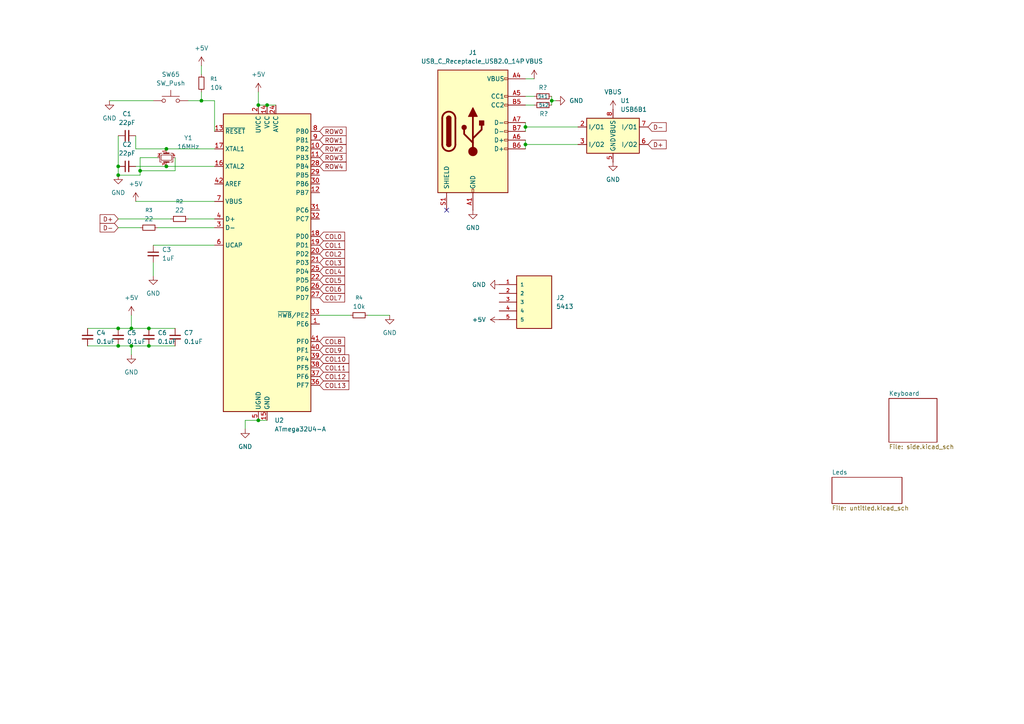
<source format=kicad_sch>
(kicad_sch (version 20250114) (generator "eeschema") (generator_version "9.0")
  (paper "A4")
  (lib_symbols
    (symbol "Connector-key:5413" (pin_names (offset 1.016))
      (property "Reference" "J" (at -5.08 8.382 0))
      (property "Value" "5413" (at -5.08 -10.16 0))
      (symbol "5413_0_0"
        (rectangle (start -5.08 -7.62) (end 5.08 7.62) (stroke (width 0.254)) (fill (type background)))
        (pin passive line (at -10.16 5.08 0) (length 5.08) (name "1") (number "1"))
        (pin passive line (at -10.16 2.54 0) (length 5.08) (name "2") (number "2"))
        (pin passive line (at -10.16 0 0) (length 5.08) (name "3") (number "3"))
        (pin passive line (at -10.16 -2.54 0) (length 5.08) (name "4") (number "4"))
        (pin passive line (at -10.16 -5.08 0) (length 5.08) (name "5") (number "5"))
      )
    )
    (symbol "Connector:USB_C_Receptacle_USB2.0_14P" (pin_names (offset 1.016))
      (property "Reference" "J" (at 0 22.225 0))
      (property "Value" "USB_C_Receptacle_USB2.0_14P" (at 0 19.685 0))
      (symbol "USB_C_Receptacle_USB2.0_14P_0_0"
        (rectangle (start -0.254 -17.78) (end 0.254 -16.764))
        (rectangle (start 10.16 15.494) (end 9.144 14.986))
        (rectangle (start 10.16 10.414) (end 9.144 9.906))
        (rectangle (start 10.16 7.874) (end 9.144 7.366))
        (rectangle (start 10.16 2.794) (end 9.144 2.286))
        (rectangle (start 10.16 0.254) (end 9.144 -0.254))
        (rectangle (start 10.16 -2.286) (end 9.144 -2.794))
        (rectangle (start 10.16 -4.826) (end 9.144 -5.334))
      )
      (symbol "USB_C_Receptacle_USB2.0_14P_0_1"
        (rectangle (start -10.16 17.78) (end 10.16 -17.78) (stroke (width 0.254)) (fill (type background)))
        (polyline (pts (xy -8.89 -3.81) (xy -8.89 3.81)) (stroke (width 0.508)))
        (rectangle (start -7.62 -3.81) (end -6.35 3.81) (stroke (width 0.254)) (fill (type outline)))
        (arc (start -7.62 3.81) (mid -6.985 4.4423) (end -6.35 3.81) (stroke (width 0.254)))
        (arc (start -7.62 3.81) (mid -6.985 4.4423) (end -6.35 3.81) (stroke (width 0.254)) (fill (type outline)))
        (arc (start -8.89 3.81) (mid -6.985 5.7067) (end -5.08 3.81) (stroke (width 0.508)))
        (arc (start -5.08 -3.81) (mid -6.985 -5.7067) (end -8.89 -3.81) (stroke (width 0.508)))
        (arc (start -6.35 -3.81) (mid -6.985 -4.4423) (end -7.62 -3.81) (stroke (width 0.254)))
        (arc (start -6.35 -3.81) (mid -6.985 -4.4423) (end -7.62 -3.81) (stroke (width 0.254)) (fill (type outline)))
        (polyline (pts (xy -5.08 3.81) (xy -5.08 -3.81)) (stroke (width 0.508)))
        (circle (center -2.54 1.143) (radius 0.635) (stroke (width 0.254)) (fill (type outline)))
        (polyline (pts (xy -1.27 4.318) (xy 0 6.858) (xy 1.27 4.318) (xy -1.27 4.318)) (stroke (width 0.254)) (fill (type outline)))
        (polyline (pts (xy 0 -2.032) (xy 2.54 0.508) (xy 2.54 1.778)) (stroke (width 0.508)))
        (polyline (pts (xy 0 -3.302) (xy -2.54 -0.762) (xy -2.54 0.508)) (stroke (width 0.508)))
        (polyline (pts (xy 0 -5.842) (xy 0 4.318)) (stroke (width 0.508)))
        (circle (center 0 -5.842) (radius 1.27) (fill (type outline)))
        (rectangle (start 1.905 1.778) (end 3.175 3.048) (stroke (width 0.254)) (fill (type outline)))
      )
      (symbol "USB_C_Receptacle_USB2.0_14P_1_1"
        (pin passive line (at -7.62 -22.86 90) (length 5.08) (name "SHIELD") (number "S1"))
        (pin passive line (at 0 -22.86 90) (length 5.08) (name "GND") (number "A1"))
        (pin passive line (at 0 -22.86 90) (length 5.08) (hide yes) (name "GND") (number "A12"))
        (pin passive line (at 0 -22.86 90) (length 5.08) (hide yes) (name "GND") (number "B1"))
        (pin passive line (at 0 -22.86 90) (length 5.08) (hide yes) (name "GND") (number "B12"))
        (pin passive line (at 15.24 15.24 180) (length 5.08) (name "VBUS") (number "A4"))
        (pin passive line (at 15.24 15.24 180) (length 5.08) (hide yes) (name "VBUS") (number "A9"))
        (pin passive line (at 15.24 15.24 180) (length 5.08) (hide yes) (name "VBUS") (number "B4"))
        (pin passive line (at 15.24 15.24 180) (length 5.08) (hide yes) (name "VBUS") (number "B9"))
        (pin bidirectional line (at 15.24 10.16 180) (length 5.08) (name "CC1") (number "A5"))
        (pin bidirectional line (at 15.24 7.62 180) (length 5.08) (name "CC2") (number "B5"))
        (pin bidirectional line (at 15.24 2.54 180) (length 5.08) (name "D-") (number "A7"))
        (pin bidirectional line (at 15.24 0 180) (length 5.08) (name "D-") (number "B7"))
        (pin bidirectional line (at 15.24 -2.54 180) (length 5.08) (name "D+") (number "A6"))
        (pin bidirectional line (at 15.24 -5.08 180) (length 5.08) (name "D+") (number "B6"))
      )
    )
    (symbol "Device:C_Small" (pin_numbers (hide yes)) (pin_names (offset 0.254) (hide yes))
      (property "Reference" "C" (at 0.254 1.778 0))
      (property "Value" "C_Small" (at 0.254 -2.032 0))
      (symbol "C_Small_0_1"
        (polyline (pts (xy -1.524 0.508) (xy 1.524 0.508)) (stroke (width 0.3048)))
        (polyline (pts (xy -1.524 -0.508) (xy 1.524 -0.508)) (stroke (width 0.3302)))
      )
      (symbol "C_Small_1_1"
        (pin passive line (at 0 2.54 270) (length 2.032) (name "~") (number "1"))
        (pin passive line (at 0 -2.54 90) (length 2.032) (name "~") (number "2"))
      )
    )
    (symbol "Device:Crystal_GND24_Small" (pin_names (offset 1.016) (hide yes))
      (property "Reference" "Y" (at 1.27 4.445 0))
      (property "Value" "Crystal_GND24_Small" (at 1.27 2.54 0))
      (symbol "Crystal_GND24_Small_0_1"
        (polyline (pts (xy -1.27 1.27) (xy -1.27 1.905) (xy 1.27 1.905) (xy 1.27 1.27)))
        (polyline (pts (xy -1.27 -0.762) (xy -1.27 0.762)) (stroke (width 0.381)))
        (polyline (pts (xy -1.27 -1.27) (xy -1.27 -1.905) (xy 1.27 -1.905) (xy 1.27 -1.27)))
        (rectangle (start -0.762 -1.524) (end 0.762 1.524))
        (polyline (pts (xy 1.27 -0.762) (xy 1.27 0.762)) (stroke (width 0.381)))
      )
      (symbol "Crystal_GND24_Small_1_1"
        (pin passive line (at -2.54 0 0) (length 1.27) (name "1") (number "1"))
        (pin passive line (at 0 2.54 270) (length 0.635) (name "4") (number "4"))
        (pin passive line (at 0 -2.54 90) (length 0.635) (name "2") (number "2"))
        (pin passive line (at 2.54 0 180) (length 1.27) (name "3") (number "3"))
      )
    )
    (symbol "Device:R_Small" (pin_numbers (hide yes)) (pin_names (offset 0.254) (hide yes))
      (property "Reference" "R" (at 0 0 90))
      (property "Value" "R_Small" (at 1.778 0 90))
      (symbol "R_Small_0_1"
        (rectangle (start -0.762 1.778) (end 0.762 -1.778) (stroke (width 0.2032)))
      )
      (symbol "R_Small_1_1"
        (pin passive line (at 0 2.54 270) (length 0.762) (name "~") (number "1"))
        (pin passive line (at 0 -2.54 90) (length 0.762) (name "~") (number "2"))
      )
    )
    (symbol "MCU_Microchip_ATmega:ATmega32U4-A"
      (property "Reference" "U" (at -12.7 44.45 0))
      (property "Value" "ATmega32U4-A" (at 2.54 -44.45 0))
      (symbol "ATmega32U4-A_0_1"
        (rectangle (start -12.7 -43.18) (end 12.7 43.18) (stroke (width 0.254)) (fill (type background)))
      )
      (symbol "ATmega32U4-A_1_1"
        (pin input line (at -15.24 38.1 0) (length 2.54) (name "~{RESET}") (number "13"))
        (pin input line (at -15.24 33.02 0) (length 2.54) (name "XTAL1") (number "17"))
        (pin output line (at -15.24 27.94 0) (length 2.54) (name "XTAL2") (number "16"))
        (pin passive line (at -15.24 22.86 0) (length 2.54) (name "AREF") (number "42"))
        (pin input line (at -15.24 17.78 0) (length 2.54) (name "VBUS") (number "7"))
        (pin bidirectional line (at -15.24 12.7 0) (length 2.54) (name "D+") (number "4"))
        (pin bidirectional line (at -15.24 10.16 0) (length 2.54) (name "D-") (number "3"))
        (pin passive line (at -15.24 5.08 0) (length 2.54) (name "UCAP") (number "6"))
        (pin power_in line (at -2.54 45.72 270) (length 2.54) (name "UVCC") (number "2"))
        (pin passive line (at -2.54 -45.72 90) (length 2.54) (name "UGND") (number "5"))
        (pin power_in line (at 0 45.72 270) (length 2.54) (name "VCC") (number "14"))
        (pin passive line (at 0 45.72 270) (length 2.54) (hide yes) (name "VCC") (number "34"))
        (pin power_in line (at 0 -45.72 90) (length 2.54) (name "GND") (number "15"))
        (pin passive line (at 0 -45.72 90) (length 2.54) (hide yes) (name "GND") (number "23"))
        (pin passive line (at 0 -45.72 90) (length 2.54) (hide yes) (name "GND") (number "35"))
        (pin passive line (at 0 -45.72 90) (length 2.54) (hide yes) (name "GND") (number "43"))
        (pin power_in line (at 2.54 45.72 270) (length 2.54) (name "AVCC") (number "24"))
        (pin passive line (at 2.54 45.72 270) (length 2.54) (hide yes) (name "AVCC") (number "44"))
        (pin bidirectional line (at 15.24 38.1 180) (length 2.54) (name "PB0") (number "8"))
        (pin bidirectional line (at 15.24 35.56 180) (length 2.54) (name "PB1") (number "9"))
        (pin bidirectional line (at 15.24 33.02 180) (length 2.54) (name "PB2") (number "10"))
        (pin bidirectional line (at 15.24 30.48 180) (length 2.54) (name "PB3") (number "11"))
        (pin bidirectional line (at 15.24 27.94 180) (length 2.54) (name "PB4") (number "28"))
        (pin bidirectional line (at 15.24 25.4 180) (length 2.54) (name "PB5") (number "29"))
        (pin bidirectional line (at 15.24 22.86 180) (length 2.54) (name "PB6") (number "30"))
        (pin bidirectional line (at 15.24 20.32 180) (length 2.54) (name "PB7") (number "12"))
        (pin bidirectional line (at 15.24 15.24 180) (length 2.54) (name "PC6") (number "31"))
        (pin bidirectional line (at 15.24 12.7 180) (length 2.54) (name "PC7") (number "32"))
        (pin bidirectional line (at 15.24 7.62 180) (length 2.54) (name "PD0") (number "18"))
        (pin bidirectional line (at 15.24 5.08 180) (length 2.54) (name "PD1") (number "19"))
        (pin bidirectional line (at 15.24 2.54 180) (length 2.54) (name "PD2") (number "20"))
        (pin bidirectional line (at 15.24 0 180) (length 2.54) (name "PD3") (number "21"))
        (pin bidirectional line (at 15.24 -2.54 180) (length 2.54) (name "PD4") (number "25"))
        (pin bidirectional line (at 15.24 -5.08 180) (length 2.54) (name "PD5") (number "22"))
        (pin bidirectional line (at 15.24 -7.62 180) (length 2.54) (name "PD6") (number "26"))
        (pin bidirectional line (at 15.24 -10.16 180) (length 2.54) (name "PD7") (number "27"))
        (pin bidirectional line (at 15.24 -15.24 180) (length 2.54) (name "~{HWB}/PE2") (number "33"))
        (pin bidirectional line (at 15.24 -17.78 180) (length 2.54) (name "PE6") (number "1"))
        (pin bidirectional line (at 15.24 -22.86 180) (length 2.54) (name "PF0") (number "41"))
        (pin bidirectional line (at 15.24 -25.4 180) (length 2.54) (name "PF1") (number "40"))
        (pin bidirectional line (at 15.24 -27.94 180) (length 2.54) (name "PF4") (number "39"))
        (pin bidirectional line (at 15.24 -30.48 180) (length 2.54) (name "PF5") (number "38"))
        (pin bidirectional line (at 15.24 -33.02 180) (length 2.54) (name "PF6") (number "37"))
        (pin bidirectional line (at 15.24 -35.56 180) (length 2.54) (name "PF7") (number "36"))
      )
    )
    (symbol "Power_Protection:USB6B1"
      (property "Reference" "U" (at 6.35 6.35 0))
      (property "Value" "USB6B1" (at 5.08 -6.35 0))
      (symbol "USB6B1_0_1"
        (rectangle (start -7.62 -5.08) (end 7.62 5.08) (stroke (width 0.254)) (fill (type background)))
      )
      (symbol "USB6B1_1_1"
        (pin passive line (at -10.16 2.54 0) (length 2.54) (name "I/O1") (number "2"))
        (pin passive line (at -10.16 -2.54 0) (length 2.54) (name "I/O2") (number "3"))
        (pin passive line (at 0 7.62 270) (length 2.54) (hide yes) (name "VBUS") (number "1"))
        (pin passive line (at 0 7.62 270) (length 2.54) (name "VBUS") (number "8"))
        (pin passive line (at 0 -7.62 90) (length 2.54) (hide yes) (name "GND") (number "4"))
        (pin passive line (at 0 -7.62 90) (length 2.54) (name "GND") (number "5"))
        (pin passive line (at 10.16 2.54 180) (length 2.54) (name "I/O1") (number "7"))
        (pin passive line (at 10.16 -2.54 180) (length 2.54) (name "I/O2") (number "6"))
      )
    )
    (symbol "Switch:SW_Push" (pin_numbers (hide yes)) (pin_names (offset 1.016) (hide yes))
      (property "Reference" "SW" (at 1.27 2.54 0))
      (property "Value" "SW_Push" (at 0 -1.524 0))
      (symbol "SW_Push_0_1"
        (circle (center -2.032 0) (radius 0.508))
        (polyline (pts (xy 0 1.27) (xy 0 3.048)))
        (circle (center 2.032 0) (radius 0.508))
        (polyline (pts (xy 2.54 1.27) (xy -2.54 1.27)))
        (pin passive line (at -5.08 0 0) (length 2.54) (name "1") (number "1"))
        (pin passive line (at 5.08 0 180) (length 2.54) (name "2") (number "2"))
      )
    )
    (symbol "power:+5V" (power) (pin_numbers (hide yes)) (pin_names (offset 0) (hide yes))
      (property "Value" "+5V" (at 0 3.556 0))
      (symbol "+5V_0_1"
        (polyline (pts (xy -0.762 1.27) (xy 0 2.54)))
        (polyline (pts (xy 0 2.54) (xy 0.762 1.27)))
        (polyline (pts (xy 0 0) (xy 0 2.54)))
      )
      (symbol "+5V_1_1"
        (pin power_in line (at 0 0 90) (length 0) (name "~") (number "1"))
      )
    )
    (symbol "power:GND" (power) (pin_numbers (hide yes)) (pin_names (offset 0) (hide yes))
      (property "Value" "GND" (at 0 -3.81 0))
      (symbol "GND_0_1"
        (polyline (pts (xy 0 0) (xy 0 -1.27) (xy 1.27 -1.27) (xy 0 -2.54) (xy -1.27 -1.27) (xy 0 -1.27)))
      )
      (symbol "GND_1_1"
        (pin power_in line (at 0 0 270) (length 0) (name "~") (number "1"))
      )
    )
    (symbol "power:VBUS" (power) (pin_numbers (hide yes)) (pin_names (offset 0) (hide yes))
      (property "Value" "VBUS" (at 0 3.556 0))
      (symbol "VBUS_0_1"
        (polyline (pts (xy -0.762 1.27) (xy 0 2.54)))
        (polyline (pts (xy 0 2.54) (xy 0.762 1.27)))
        (polyline (pts (xy 0 0) (xy 0 2.54)))
      )
      (symbol "VBUS_1_1"
        (pin power_in line (at 0 0 90) (length 0) (name "~") (number "1"))
      )
    )
  )
  (junction (at 152.4 36.83))
  (junction (at 34.29 50.8))
  (junction (at 38.1 100.33))
  (junction (at 40.64 49.53))
  (junction (at 74.93 30.48))
  (junction (at 160.02 29.21))
  (junction (at 43.18 95.25))
  (junction (at 34.29 48.26))
  (junction (at 43.18 100.33))
  (junction (at 34.29 100.33))
  (junction (at 77.47 30.48))
  (junction (at 38.1 95.25))
  (junction (at 48.26 43.18))
  (junction (at 152.4 41.91))
  (junction (at 58.42 29.21))
  (junction (at 74.93 121.92))
  (junction (at 34.29 95.25))
  (junction (at 48.26 48.26))
  (no_connect (at 129.54 60.96))
  (wire (pts (xy 50.8 45.72) (xy 50.8 49.53)))
  (wire (pts (xy 34.29 66.04) (xy 40.64 66.04)))
  (wire (pts (xy 58.42 19.05) (xy 58.42 21.59)))
  (wire (pts (xy 34.29 100.33) (xy 38.1 100.33)))
  (wire (pts (xy 106.68 91.44) (xy 113.03 91.44)))
  (wire (pts (xy 34.29 48.26) (xy 34.29 50.8)))
  (wire (pts (xy 48.26 48.26) (xy 62.23 48.26)))
  (wire (pts (xy 161.29 29.21) (xy 160.02 29.21)))
  (wire (pts (xy 31.75 29.21) (xy 44.45 29.21)))
  (wire (pts (xy 34.29 63.5) (xy 49.53 63.5)))
  (wire (pts (xy 34.29 95.25) (xy 38.1 95.25)))
  (wire (pts (xy 152.4 35.56) (xy 152.4 36.83)))
  (wire (pts (xy 58.42 29.21) (xy 54.61 29.21)))
  (wire (pts (xy 152.4 30.48) (xy 154.94 30.48)))
  (wire (pts (xy 77.47 30.48) (xy 80.01 30.48)))
  (wire (pts (xy 54.61 63.5) (xy 62.23 63.5)))
  (wire (pts (xy 48.26 43.18) (xy 39.37 43.18)))
  (wire (pts (xy 40.64 50.8) (xy 34.29 50.8)))
  (wire (pts (xy 38.1 100.33) (xy 43.18 100.33)))
  (wire (pts (xy 38.1 91.44) (xy 38.1 95.25)))
  (wire (pts (xy 74.93 26.67) (xy 74.93 30.48)))
  (wire (pts (xy 152.4 36.83) (xy 152.4 38.1)))
  (wire (pts (xy 44.45 76.2) (xy 44.45 80.01)))
  (wire (pts (xy 25.4 95.25) (xy 34.29 95.25)))
  (wire (pts (xy 71.12 121.92) (xy 71.12 124.46)))
  (wire (pts (xy 152.4 41.91) (xy 167.64 41.91)))
  (wire (pts (xy 74.93 30.48) (xy 77.47 30.48)))
  (wire (pts (xy 43.18 95.25) (xy 50.8 95.25)))
  (wire (pts (xy 39.37 58.42) (xy 62.23 58.42)))
  (wire (pts (xy 40.64 49.53) (xy 40.64 50.8)))
  (wire (pts (xy 152.4 27.94) (xy 154.94 27.94)))
  (wire (pts (xy 160.02 27.94) (xy 160.02 29.21)))
  (wire (pts (xy 62.23 38.1) (xy 62.23 29.21)))
  (wire (pts (xy 74.93 121.92) (xy 71.12 121.92)))
  (wire (pts (xy 45.72 66.04) (xy 62.23 66.04)))
  (wire (pts (xy 50.8 49.53) (xy 40.64 49.53)))
  (wire (pts (xy 92.71 91.44) (xy 101.6 91.44)))
  (wire (pts (xy 44.45 71.12) (xy 62.23 71.12)))
  (wire (pts (xy 43.18 100.33) (xy 50.8 100.33)))
  (wire (pts (xy 62.23 29.21) (xy 58.42 29.21)))
  (wire (pts (xy 48.26 43.18) (xy 62.23 43.18)))
  (wire (pts (xy 152.4 36.83) (xy 167.64 36.83)))
  (wire (pts (xy 58.42 26.67) (xy 58.42 29.21)))
  (wire (pts (xy 38.1 100.33) (xy 38.1 102.87)))
  (wire (pts (xy 152.4 41.91) (xy 152.4 43.18)))
  (wire (pts (xy 40.64 45.72) (xy 40.64 49.53)))
  (wire (pts (xy 154.94 22.86) (xy 152.4 22.86)))
  (wire (pts (xy 152.4 40.64) (xy 152.4 41.91)))
  (wire (pts (xy 25.4 100.33) (xy 34.29 100.33)))
  (wire (pts (xy 38.1 95.25) (xy 43.18 95.25)))
  (wire (pts (xy 45.72 45.72) (xy 40.64 45.72)))
  (wire (pts (xy 39.37 48.26) (xy 48.26 48.26)))
  (wire (pts (xy 160.02 29.21) (xy 160.02 30.48)))
  (wire (pts (xy 77.47 121.92) (xy 74.93 121.92)))
  (wire (pts (xy 39.37 43.18) (xy 39.37 39.37)))
  (wire (pts (xy 34.29 39.37) (xy 34.29 48.26)))
  (global_label "COL0" (shape input) (at 92.71 68.58 0) (property "Intersheetrefs" "${INTERSHEET_REFS}" (effects (hide yes))))
  (global_label "D+" (shape input) (at 187.96 41.91 0) (property "Intersheetrefs" "${INTERSHEET_REFS}" (effects (hide yes))))
  (global_label "COL2" (shape input) (at 92.71 73.66 0) (property "Intersheetrefs" "${INTERSHEET_REFS}" (effects (hide yes))))
  (global_label "ROW3" (shape input) (at 92.71 45.72 0) (property "Intersheetrefs" "${INTERSHEET_REFS}" (effects (hide yes))))
  (global_label "ROW4" (shape input) (at 92.71 48.26 0) (property "Intersheetrefs" "${INTERSHEET_REFS}" (effects (hide yes))))
  (global_label "COL7" (shape input) (at 92.71 86.36 0) (property "Intersheetrefs" "${INTERSHEET_REFS}" (effects (hide yes))))
  (global_label "ROW2" (shape input) (at 92.71 43.18 0) (property "Intersheetrefs" "${INTERSHEET_REFS}" (effects (hide yes))))
  (global_label "COL13" (shape input) (at 92.71 111.76 0) (property "Intersheetrefs" "${INTERSHEET_REFS}" (effects (hide yes))))
  (global_label "COL9" (shape input) (at 92.71 101.6 0) (property "Intersheetrefs" "${INTERSHEET_REFS}" (effects (hide yes))))
  (global_label "COL3" (shape input) (at 92.71 76.2 0) (property "Intersheetrefs" "${INTERSHEET_REFS}" (effects (hide yes))))
  (global_label "ROW1" (shape input) (at 92.71 40.64 0) (property "Intersheetrefs" "${INTERSHEET_REFS}" (effects (hide yes))))
  (global_label "D-" (shape input) (at 34.29 66.04 180) (property "Intersheetrefs" "${INTERSHEET_REFS}" (effects (hide yes))))
  (global_label "COL10" (shape input) (at 92.71 104.14 0) (property "Intersheetrefs" "${INTERSHEET_REFS}" (effects (hide yes))))
  (global_label "COL4" (shape input) (at 92.71 78.74 0) (property "Intersheetrefs" "${INTERSHEET_REFS}" (effects (hide yes))))
  (global_label "D+" (shape input) (at 34.29 63.5 180) (property "Intersheetrefs" "${INTERSHEET_REFS}" (effects (hide yes))))
  (global_label "ROW0" (shape input) (at 92.71 38.1 0) (property "Intersheetrefs" "${INTERSHEET_REFS}" (effects (hide yes))))
  (global_label "COL12" (shape input) (at 92.71 109.22 0) (property "Intersheetrefs" "${INTERSHEET_REFS}" (effects (hide yes))))
  (global_label "COL8" (shape input) (at 92.71 99.06 0) (property "Intersheetrefs" "${INTERSHEET_REFS}" (effects (hide yes))))
  (global_label "D-" (shape input) (at 187.96 36.83 0) (property "Intersheetrefs" "${INTERSHEET_REFS}" (effects (hide yes))))
  (global_label "COL5" (shape input) (at 92.71 81.28 0) (property "Intersheetrefs" "${INTERSHEET_REFS}" (effects (hide yes))))
  (global_label "COL1" (shape input) (at 92.71 71.12 0) (property "Intersheetrefs" "${INTERSHEET_REFS}" (effects (hide yes))))
  (global_label "COL11" (shape input) (at 92.71 106.68 0) (property "Intersheetrefs" "${INTERSHEET_REFS}" (effects (hide yes))))
  (global_label "COL6" (shape input) (at 92.71 83.82 0) (property "Intersheetrefs" "${INTERSHEET_REFS}" (effects (hide yes))))
  (symbol (lib_id "power:GND") (at 31.75 29.21 0) (unit 1)
    (property "Reference" "#PWR04" (effects (hide yes)))
    (property "Value" "GND" (at 31.75 34.29 0))
    (property "Description" "Power symbol creates a global label with name \"GND\" , ground" (effects (hide yes)))
  )
  (symbol (lib_id "Device:C_Small") (at 44.45 73.66 0) (unit 1)
    (property "Reference" "C3" (at 46.99 72.3962 0) (effects (justify left)))
    (property "Value" "1uF" (at 46.99 74.9362 0) (effects (justify left)))
    (property "Footprint" "Capacitor_SMD:C_0805_2012Metric" (effects (hide yes)))
    (property "Description" "Unpolarized capacitor, small symbol" (effects (hide yes)))
  )
  (symbol (lib_id "power:GND") (at 71.12 124.46 0) (unit 1)
    (property "Reference" "#PWR015" (effects (hide yes)))
    (property "Value" "GND" (at 71.12 129.54 0))
    (property "Description" "Power symbol creates a global label with name \"GND\" , ground" (effects (hide yes)))
  )
  (symbol (lib_id "power:GND") (at 38.1 102.87 0) (unit 1)
    (property "Reference" "#PWR014" (effects (hide yes)))
    (property "Value" "GND" (at 38.1 107.95 0))
    (property "Description" "Power symbol creates a global label with name \"GND\" , ground" (effects (hide yes)))
  )
  (symbol (lib_id "Switch:SW_Push") (at 49.53 29.21 0) (unit 1)
    (property "Reference" "SW65" (at 49.53 21.59 0))
    (property "Value" "SW_Push" (at 49.53 24.13 0))
    (property "Footprint" "Button_Switch_SMD:SW_SPST_PTS647_Sx38" (effects (hide yes)))
    (property "Description" "Push button switch, generic, two pins" (effects (hide yes)))
  )
  (symbol (lib_id "Device:C_Small") (at 36.83 39.37 90) (unit 1)
    (property "Reference" "C1" (at 36.8363 33.02 90))
    (property "Value" "22pF" (at 36.8363 35.56 90))
    (property "Footprint" "Capacitor_SMD:C_0805_2012Metric" (effects (hide yes)))
    (property "Description" "Unpolarized capacitor, small symbol" (effects (hide yes)))
  )
  (symbol (lib_id "Device:Crystal_GND24_Small") (at 48.26 45.72 270) (unit 1)
    (property "Reference" "Y1" (at 54.61 39.9982 90))
    (property "Value" "16MHz" (at 54.61 42.5382 90))
    (property "Footprint" "Crystal:Crystal_SMD_3225-4Pin_3.2x2.5mm" (effects (hide yes)))
    (property "Description" "Four pin crystal, GND on pins 2 and 4, small symbol" (effects (hide yes)))
  )
  (symbol (lib_id "power:+5V") (at 74.93 26.67 0) (unit 1)
    (property "Reference" "#PWR03" (effects (hide yes)))
    (property "Value" "+5V" (at 74.93 21.59 0))
    (property "Description" "Power symbol creates a global label with name \"+5V\"" (effects (hide yes)))
  )
  (symbol (lib_id "power:+5V") (at 39.37 58.42 0) (unit 1)
    (property "Reference" "#PWR09" (effects (hide yes)))
    (property "Value" "+5V" (at 39.37 53.34 0))
    (property "Description" "Power symbol creates a global label with name \"+5V\"" (effects (hide yes)))
  )
  (symbol (lib_id "Device:R_Small") (at 58.42 24.13 0) (unit 1)
    (property "Reference" "R1" (at 60.96 22.8599 0) (effects (font (size 1.016 1.016)) (justify left)))
    (property "Value" "10k" (at 60.96 25.3999 0) (effects (justify left)))
    (property "Footprint" "Resistor_SMD:R_0805_2012Metric" (effects (hide yes)))
    (property "Description" "Resistor, small symbol" (effects (hide yes)))
  )
  (symbol (lib_id "power:GND") (at 34.29 50.8 0) (unit 1)
    (property "Reference" "#PWR08" (effects (hide yes)))
    (property "Value" "GND" (at 34.29 55.88 0))
    (property "Description" "Power symbol creates a global label with name \"GND\" , ground" (effects (hide yes)))
  )
  (symbol (lib_id "Device:C_Small") (at 34.29 97.79 0) (unit 1)
    (property "Reference" "C5" (at 36.83 96.5262 0) (effects (justify left)))
    (property "Value" "0.1uF" (at 36.83 99.0662 0) (effects (justify left)))
    (property "Footprint" "Capacitor_SMD:C_0805_2012Metric" (effects (hide yes)))
    (property "Description" "Unpolarized capacitor, small symbol" (effects (hide yes)))
  )
  (symbol (lib_id "power:GND") (at 144.78 82.55 270) (unit 1)
    (property "Reference" "#PWR016" (effects (hide yes)))
    (property "Value" "GND" (at 140.97 82.5499 90) (effects (justify right)))
    (property "Description" "Power symbol creates a global label with name \"GND\" , ground" (effects (hide yes)))
  )
  (symbol (lib_id "Device:R_Small") (at 157.48 27.94 90) (unit 1)
    (property "Reference" "5k1" (at 157.48 27.94 90) (effects (font (size 1.016 1.016))))
    (property "Value" "R?" (at 157.48 25.4 90))
    (property "Footprint" "Resistor_SMD:R_0805_2012Metric" (effects (hide yes)))
    (property "Description" "Resistor, small symbol" (effects (hide yes)))
  )
  (symbol (lib_id "Device:R_Small") (at 52.07 63.5 90) (unit 1)
    (property "Reference" "R2" (at 52.07 58.42 90) (effects (font (size 1.016 1.016))))
    (property "Value" "22" (at 52.07 60.96 90))
    (property "Footprint" "Resistor_SMD:R_0805_2012Metric" (effects (hide yes)))
    (property "Description" "Resistor, small symbol" (effects (hide yes)))
  )
  (symbol (lib_id "power:+5V") (at 58.42 19.05 0) (unit 1)
    (property "Reference" "#PWR01" (effects (hide yes)))
    (property "Value" "+5V" (at 58.42 13.97 0))
    (property "Description" "Power symbol creates a global label with name \"+5V\"" (effects (hide yes)))
  )
  (symbol (lib_id "power:VBUS") (at 154.94 22.86 0) (unit 1)
    (property "Reference" "#PWR02" (effects (hide yes)))
    (property "Value" "VBUS" (at 154.94 17.78 0))
    (property "Description" "Power symbol creates a global label with name \"VBUS\"" (effects (hide yes)))
  )
  (symbol (lib_id "Connector-key:5413") (at 154.94 87.63 0) (unit 1)
    (property "Reference" "J2" (at 161.29 86.3599 0) (effects (justify left)))
    (property "Value" "5413" (at 161.29 88.8999 0) (effects (justify left)))
    (property "Footprint" "5413:ADAFRUIT_5413" (effects (hide yes)))
    (property "MF" "Adafruit Industries LLC" (effects (hide yes)))
    (property "MAXIMUM_PACKAGE_HEIGHT" "4.00mm" (effects (hide yes)))
    (property "Package" "Package" (effects (hide yes)))
    (property "Price" "None" (effects (hide yes)))
    (property "Check_prices" "https://www.snapeda.com/parts/5413/Adafruit+Industries/view-part/?ref=eda" (effects (hide yes)))
    (property "STANDARD" "Manufacturer Recommendations" (effects (hide yes)))
    (property "PARTREV" "X1" (effects (hide yes)))
    (property "SnapEDA_Link" "https://www.snapeda.com/parts/5413/Adafruit+Industries/view-part/?ref=snap" (effects (hide yes)))
    (property "MP" "5413" (effects (hide yes)))
    (property "Description_1" "DIY Magnetic Connector - Straight Angle Five Contact Pins" (effects (hide yes)))
    (property "Availability" "In Stock" (effects (hide yes)))
    (property "MANUFACTURER" "Adafruit Industries" (effects (hide yes)))
  )
  (symbol (lib_id "Device:C_Small") (at 25.4 97.79 0) (unit 1)
    (property "Reference" "C4" (at 27.94 96.5262 0) (effects (justify left)))
    (property "Value" "0.1uF" (at 27.94 99.0662 0) (effects (justify left)))
    (property "Footprint" "Capacitor_SMD:C_0805_2012Metric" (effects (hide yes)))
    (property "Description" "Unpolarized capacitor, small symbol" (effects (hide yes)))
  )
  (symbol (lib_id "power:+5V") (at 38.1 91.44 0) (unit 1)
    (property "Reference" "#PWR012" (effects (hide yes)))
    (property "Value" "+5V" (at 38.1 86.36 0))
    (property "Description" "Power symbol creates a global label with name \"+5V\"" (effects (hide yes)))
  )
  (symbol (lib_id "Power_Protection:USB6B1") (at 177.8 39.37 0) (unit 1)
    (property "Reference" "U1" (at 179.9433 29.21 0) (effects (justify left)))
    (property "Value" "USB6B1" (at 179.9433 31.75 0) (effects (justify left)))
    (property "Footprint" "Package_SO:SOIC-8_3.9x4.9mm_P1.27mm" (effects (hide yes)))
    (property "Datasheet" "http://www.st.com/content/ccc/resource/technical/document/datasheet/3e/ec/b2/54/b2/76/47/90/CD00001361.pdf/files/CD00001361.pdf/jcr:content/translations/en.CD00001361.pdf" (effects (hide yes)))
    (property "Description" "5V Data line protection" (effects (hide yes)))
  )
  (symbol (lib_id "Device:R_Small") (at 104.14 91.44 90) (unit 1)
    (property "Reference" "R4" (at 104.14 86.36 90) (effects (font (size 1.016 1.016))))
    (property "Value" "10k" (at 104.14 88.9 90))
    (property "Footprint" "Resistor_SMD:R_0805_2012Metric" (effects (hide yes)))
    (property "Description" "Resistor, small symbol" (effects (hide yes)))
  )
  (symbol (lib_id "Connector:USB_C_Receptacle_USB2.0_14P") (at 137.16 38.1 0) (unit 1)
    (property "Reference" "J1" (at 137.16 15.24 0))
    (property "Value" "USB_C_Receptacle_USB2.0_14P" (at 137.16 17.78 0))
    (property "Footprint" "Connector_USB:USB_C_Receptacle_GCT_USB4105-xx-A_16P_TopMnt_Horizontal" (effects (hide yes)))
    (property "Datasheet" "https://www.usb.org/sites/default/files/documents/usb_type-c.zip" (effects (hide yes)))
    (property "Description" "USB 2.0-only 14P Type-C Receptacle connector" (effects (hide yes)))
  )
  (symbol (lib_id "Device:C_Small") (at 50.8 97.79 0) (unit 1)
    (property "Reference" "C7" (at 53.34 96.5262 0) (effects (justify left)))
    (property "Value" "0.1uF" (at 53.34 99.0662 0) (effects (justify left)))
    (property "Footprint" "Capacitor_SMD:C_0805_2012Metric" (effects (hide yes)))
    (property "Description" "Unpolarized capacitor, small symbol" (effects (hide yes)))
  )
  (symbol (lib_id "Device:R_Small") (at 157.48 30.48 90) (unit 1)
    (property "Reference" "5k2" (at 157.734 30.48 90) (effects (font (size 1.016 1.016))))
    (property "Value" "R?" (at 157.734 33.02 90))
    (property "Footprint" "Resistor_SMD:R_0805_2012Metric" (effects (hide yes)))
    (property "Description" "Resistor, small symbol" (effects (hide yes)))
  )
  (symbol (lib_id "Device:C_Small") (at 43.18 97.79 0) (unit 1)
    (property "Reference" "C6" (at 45.72 96.5262 0) (effects (justify left)))
    (property "Value" "0.1uF" (at 45.72 99.0662 0) (effects (justify left)))
    (property "Footprint" "Capacitor_SMD:C_0805_2012Metric" (effects (hide yes)))
    (property "Description" "Unpolarized capacitor, small symbol" (effects (hide yes)))
  )
  (symbol (lib_id "power:GND") (at 137.16 60.96 0) (unit 1)
    (property "Reference" "#PWR010" (effects (hide yes)))
    (property "Value" "GND" (at 137.16 66.04 0))
    (property "Description" "Power symbol creates a global label with name \"GND\" , ground" (effects (hide yes)))
  )
  (symbol (lib_id "power:VBUS") (at 177.8 31.75 0) (unit 1)
    (property "Reference" "#PWR06" (effects (hide yes)))
    (property "Value" "VBUS" (at 177.8 26.67 0))
    (property "Description" "Power symbol creates a global label with name \"VBUS\"" (effects (hide yes)))
  )
  (symbol (lib_id "Device:R_Small") (at 43.18 66.04 90) (unit 1)
    (property "Reference" "R3" (at 43.18 60.96 90) (effects (font (size 1.016 1.016))))
    (property "Value" "22" (at 43.18 63.5 90))
    (property "Footprint" "Resistor_SMD:R_0805_2012Metric" (effects (hide yes)))
    (property "Description" "Resistor, small symbol" (effects (hide yes)))
  )
  (symbol (lib_id "power:+5V") (at 144.78 92.71 90) (unit 1)
    (property "Reference" "#PWR017" (effects (hide yes)))
    (property "Value" "+5V" (at 140.97 92.7099 90) (effects (justify left)))
    (property "Description" "Power symbol creates a global label with name \"+5V\"" (effects (hide yes)))
  )
  (symbol (lib_id "Device:C_Small") (at 36.83 48.26 90) (unit 1)
    (property "Reference" "C2" (at 36.8363 41.91 90))
    (property "Value" "22pF" (at 36.8363 44.45 90))
    (property "Footprint" "Capacitor_SMD:C_0805_2012Metric" (effects (hide yes)))
    (property "Description" "Unpolarized capacitor, small symbol" (effects (hide yes)))
  )
  (symbol (lib_id "power:GND") (at 161.29 29.21 90) (unit 1)
    (property "Reference" "#PWR05" (effects (hide yes)))
    (property "Value" "GND" (at 165.1 29.2099 90) (effects (justify right)))
    (property "Description" "Power symbol creates a global label with name \"GND\" , ground" (effects (hide yes)))
  )
  (symbol (lib_id "MCU_Microchip_ATmega:ATmega32U4-A") (at 77.47 76.2 0) (unit 1)
    (property "Reference" "U2" (at 79.6133 121.92 0) (effects (justify left)))
    (property "Value" "ATmega32U4-A" (at 79.6133 124.46 0) (effects (justify left)))
    (property "Footprint" "Package_QFP:TQFP-44_10x10mm_P0.8mm" (effects (hide yes)))
    (property "Datasheet" "http://ww1.microchip.com/downloads/en/DeviceDoc/Atmel-7766-8-bit-AVR-ATmega16U4-32U4_Datasheet.pdf" (effects (hide yes)))
    (property "Description" "16MHz, 32kB Flash, 2.5kB SRAM, 1kB EEPROM, USB 2.0, TQFP-44" (effects (hide yes)))
  )
  (symbol (lib_id "power:GND") (at 113.03 91.44 0) (unit 1)
    (property "Reference" "#PWR013" (effects (hide yes)))
    (property "Value" "GND" (at 113.03 96.52 0))
    (property "Description" "Power symbol creates a global label with name \"GND\" , ground" (effects (hide yes)))
  )
  (symbol (lib_id "power:GND") (at 44.45 80.01 0) (unit 1)
    (property "Reference" "#PWR011" (effects (hide yes)))
    (property "Value" "GND" (at 44.45 85.09 0))
    (property "Description" "Power symbol creates a global label with name \"GND\" , ground" (effects (hide yes)))
  )
  (symbol (lib_id "power:GND") (at 177.8 46.99 0) (unit 1)
    (property "Reference" "#PWR07" (effects (hide yes)))
    (property "Value" "GND" (at 177.8 52.07 0))
    (property "Description" "Power symbol creates a global label with name \"GND\" , ground" (effects (hide yes)))
  )
  (sheet (at 241.3 138.43) (size 20.32 7.62) (stroke (width 0.1524))
    (property "Sheetname" "Leds" (at 241.3 137.7184 0) (effects (justify left bottom)))
    (property "Sheetfile" "untitled.kicad_sch" (at 241.3 146.6346 0) (effects (justify left top)))
  )
  (sheet (at 257.81 115.57) (size 13.97 12.7) (stroke (width 0.1524))
    (property "Sheetname" "Keyboard" (at 257.81 114.8584 0) (effects (justify left bottom)))
    (property "Sheetfile" "side.kicad_sch" (at 257.81 128.8546 0) (effects (justify left top)))
  )
)
</source>
